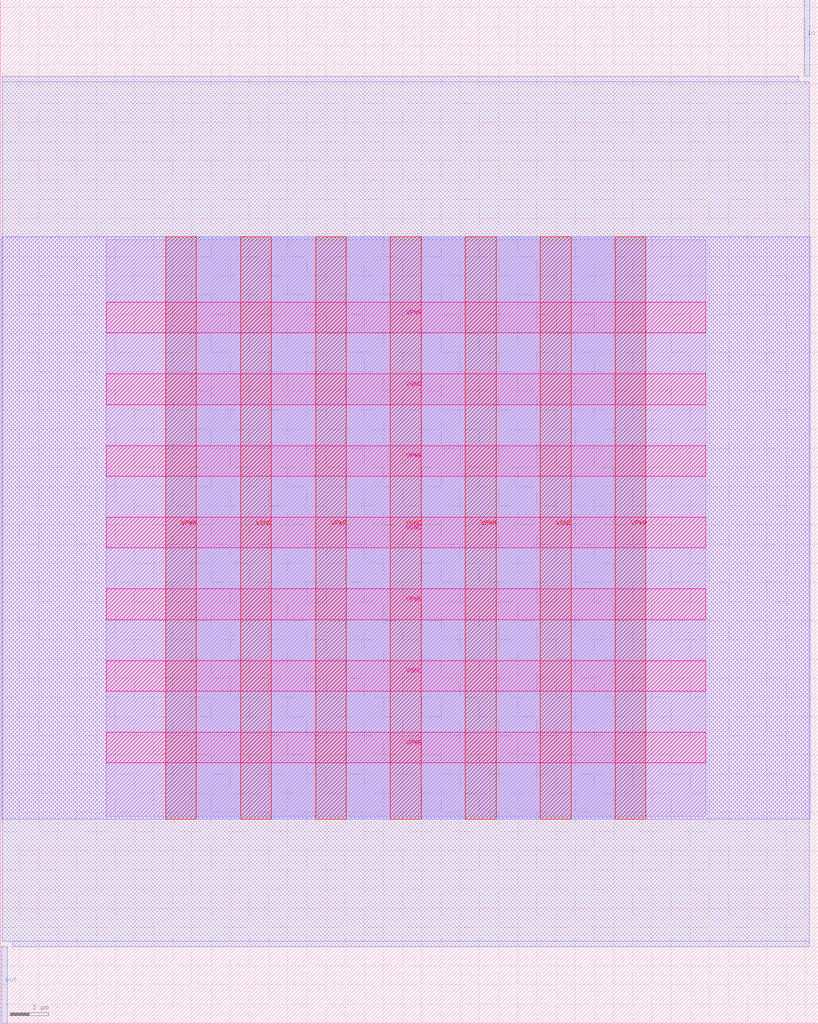
<source format=lef>
VERSION 5.7 ;
  NOWIREEXTENSIONATPIN ON ;
  DIVIDERCHAR "/" ;
  BUSBITCHARS "[]" ;
MACRO buffer
  CLASS BLOCK ;
  FOREIGN buffer ;
  ORIGIN 0.000 0.000 ;
  SIZE 42.680 BY 53.400 ;
  PIN VGND
    DIRECTION INPUT ;
    USE GROUND ;
    PORT
      LAYER met5 ;
        RECT 5.520 17.320 36.800 18.920 ;
    END
    PORT
      LAYER met5 ;
        RECT 5.520 24.800 36.800 26.400 ;
    END
    PORT
      LAYER met5 ;
        RECT 5.520 32.280 36.800 33.880 ;
    END
    PORT
      LAYER met4 ;
        RECT 12.540 10.640 14.140 41.040 ;
    END
    PORT
      LAYER met4 ;
        RECT 20.360 10.640 21.960 41.040 ;
    END
    PORT
      LAYER met4 ;
        RECT 28.180 10.640 29.780 41.040 ;
    END
  END VGND
  PIN VPWR
    DIRECTION INPUT ;
    USE POWER ;
    PORT
      LAYER met5 ;
        RECT 5.520 13.580 36.800 15.180 ;
    END
    PORT
      LAYER met5 ;
        RECT 5.520 21.060 36.800 22.660 ;
    END
    PORT
      LAYER met5 ;
        RECT 5.520 28.540 36.800 30.140 ;
    END
    PORT
      LAYER met5 ;
        RECT 5.520 36.020 36.800 37.620 ;
    END
    PORT
      LAYER met4 ;
        RECT 8.630 10.640 10.230 41.040 ;
    END
    PORT
      LAYER met4 ;
        RECT 16.450 10.640 18.050 41.040 ;
    END
    PORT
      LAYER met4 ;
        RECT 24.270 10.640 25.870 41.040 ;
    END
    PORT
      LAYER met4 ;
        RECT 32.090 10.640 33.690 41.040 ;
    END
  END VPWR
  PIN in
    DIRECTION INPUT ;
    USE SIGNAL ;
    PORT
      LAYER met2 ;
        RECT 41.950 49.400 42.230 53.400 ;
    END
  END in
  PIN out
    DIRECTION OUTPUT TRISTATE ;
    USE SIGNAL ;
    PORT
      LAYER met2 ;
        RECT 0.090 0.000 0.370 4.000 ;
    END
  END out
  OBS
      LAYER li1 ;
        RECT 5.520 10.795 36.800 40.885 ;
      LAYER met1 ;
        RECT 0.070 10.640 42.250 41.040 ;
      LAYER met2 ;
        RECT 0.100 49.120 41.670 49.400 ;
        RECT 0.100 4.280 42.220 49.120 ;
        RECT 0.650 4.000 42.220 4.280 ;
      LAYER met3 ;
        RECT 8.630 10.715 33.690 40.965 ;
  END
END buffer
END LIBRARY


</source>
